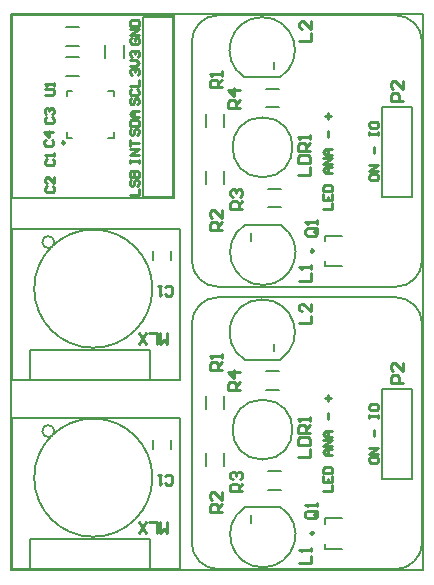
<source format=gto>
%FSLAX23Y23*%
%MOIN*%
G70*
G01*
G75*
G04 Layer_Color=65535*
%ADD10C,0.005*%
%ADD11R,0.067X0.043*%
%ADD12C,0.010*%
%ADD13R,0.037X0.035*%
%ADD14R,0.037X0.035*%
%ADD15R,0.045X0.069*%
%ADD16R,0.069X0.045*%
%ADD17C,0.012*%
%ADD18R,0.043X0.055*%
%ADD19O,0.010X0.022*%
%ADD20O,0.022X0.010*%
%ADD21C,0.008*%
%ADD22C,0.047*%
%ADD23C,0.059*%
%ADD24R,0.059X0.059*%
%ADD25R,0.059X0.059*%
%ADD26R,0.047X0.047*%
%ADD27C,0.051*%
%ADD28C,0.028*%
%ADD29C,0.024*%
%ADD30C,0.008*%
%ADD31C,0.010*%
%ADD32C,0.007*%
D10*
X4Y509D02*
X564D01*
X4Y4D02*
X564D01*
X4D02*
Y509D01*
X564Y4D02*
Y509D01*
X4Y1139D02*
X564D01*
X4Y634D02*
X564D01*
X4D02*
Y1139D01*
X564Y634D02*
Y1139D01*
X690Y910D02*
G03*
X602Y822I0J-88D01*
G01*
X1370D02*
G03*
X1282Y910I-88J0D01*
G01*
Y4D02*
G03*
X1370Y92I0J88D01*
G01*
X602D02*
G03*
X690Y4I88J0D01*
G01*
X799Y158D02*
Y183D01*
X877Y730D02*
Y755D01*
X602Y476D02*
Y822D01*
X1282Y910D02*
X690D01*
X1370Y92D02*
Y822D01*
X1282Y4D02*
X690D01*
X602Y92D02*
Y476D01*
X690Y1850D02*
G03*
X602Y1762I0J-88D01*
G01*
X1370D02*
G03*
X1282Y1850I-88J0D01*
G01*
Y945D02*
G03*
X1370Y1033I0J88D01*
G01*
X602D02*
G03*
X690Y945I88J0D01*
G01*
X799Y1099D02*
Y1124D01*
X877Y1671D02*
Y1696D01*
X602Y1417D02*
Y1762D01*
X1282Y1850D02*
X690D01*
X1370Y1033D02*
Y1762D01*
X1282Y945D02*
X690D01*
X602Y1033D02*
Y1417D01*
X544Y1240D02*
X4D01*
Y1850D01*
X544D02*
X4D01*
X544Y1240D02*
Y1850D01*
X0Y0D02*
X1374D01*
Y1853D01*
X0D02*
X1374D01*
X0Y0D02*
Y1853D01*
D12*
X520Y161D02*
Y126D01*
X508Y138D01*
X496Y126D01*
Y161D01*
X485Y126D02*
Y161D01*
X461D01*
X450Y126D02*
X426Y161D01*
Y126D02*
X450Y161D01*
X512Y290D02*
X518Y284D01*
X530D01*
X535Y290D01*
Y313D01*
X530Y319D01*
X518D01*
X512Y313D01*
X501Y319D02*
X489D01*
X495D01*
Y284D01*
X501Y290D01*
X520Y791D02*
Y756D01*
X508Y768D01*
X496Y756D01*
Y791D01*
X485Y756D02*
Y791D01*
X461D01*
X450Y756D02*
X426Y791D01*
Y756D02*
X450Y791D01*
X512Y920D02*
X518Y914D01*
X530D01*
X535Y920D01*
Y943D01*
X530Y949D01*
X518D01*
X512Y943D01*
X501Y949D02*
X489D01*
X495D01*
Y914D01*
X501Y920D01*
X961Y23D02*
X1001D01*
Y49D01*
Y63D02*
Y76D01*
Y69D01*
X961D01*
X968Y63D01*
X961Y823D02*
X1001D01*
Y849D01*
Y889D02*
Y863D01*
X974Y889D01*
X968D01*
X961Y883D01*
Y869D01*
X968Y863D01*
X956Y378D02*
X996D01*
Y405D01*
X956Y418D02*
X996D01*
Y438D01*
X989Y445D01*
X962D01*
X956Y438D01*
Y418D01*
X996Y458D02*
X956D01*
Y478D01*
X962Y485D01*
X976D01*
X982Y478D01*
Y458D01*
Y471D02*
X996Y485D01*
Y498D02*
Y511D01*
Y505D01*
X956D01*
X962Y498D01*
X1306Y625D02*
X1266D01*
Y645D01*
X1273Y651D01*
X1286D01*
X1293Y645D01*
Y625D01*
X1306Y691D02*
Y665D01*
X1279Y691D01*
X1273D01*
X1266Y685D01*
Y671D01*
X1273Y665D01*
X1014Y199D02*
X988D01*
X981Y193D01*
Y179D01*
X988Y173D01*
X1014D01*
X1021Y179D01*
Y193D01*
X1008Y186D02*
X1021Y199D01*
Y193D02*
X1014Y199D01*
X1021Y213D02*
Y226D01*
Y219D01*
X981D01*
X988Y213D01*
X703Y669D02*
X663D01*
Y689D01*
X670Y695D01*
X683D01*
X690Y689D01*
Y669D01*
Y682D02*
X703Y695D01*
Y709D02*
Y722D01*
Y715D01*
X663D01*
X670Y709D01*
X703Y194D02*
X663D01*
Y214D01*
X670Y220D01*
X683D01*
X690Y214D01*
Y194D01*
Y207D02*
X703Y220D01*
Y260D02*
Y234D01*
X676Y260D01*
X670D01*
X663Y254D01*
Y240D01*
X670Y234D01*
X771Y263D02*
X731D01*
Y283D01*
X738Y289D01*
X751D01*
X758Y283D01*
Y263D01*
Y276D02*
X771Y289D01*
X738Y303D02*
X731Y309D01*
Y323D01*
X738Y329D01*
X744D01*
X751Y323D01*
Y316D01*
Y323D01*
X758Y329D01*
X764D01*
X771Y323D01*
Y309D01*
X764Y303D01*
X764Y601D02*
X724D01*
Y621D01*
X731Y628D01*
X744D01*
X751Y621D01*
Y601D01*
Y615D02*
X764Y628D01*
Y661D02*
X724D01*
X744Y641D01*
Y668D01*
X1194Y374D02*
Y364D01*
X1199Y359D01*
X1219D01*
X1224Y364D01*
Y374D01*
X1219Y379D01*
X1199D01*
X1194Y374D01*
X1224Y389D02*
X1194D01*
X1224Y409D01*
X1194D01*
X1209Y449D02*
Y469D01*
X1194Y509D02*
Y519D01*
Y514D01*
X1224D01*
Y509D01*
Y519D01*
X1194Y549D02*
Y539D01*
X1199Y534D01*
X1219D01*
X1224Y539D01*
Y549D01*
X1219Y554D01*
X1199D01*
X1194Y549D01*
X1041Y263D02*
X1071D01*
Y283D01*
X1041Y313D02*
Y293D01*
X1071D01*
Y313D01*
X1056Y293D02*
Y303D01*
X1041Y323D02*
X1071D01*
Y338D01*
X1066Y343D01*
X1046D01*
X1041Y338D01*
Y323D01*
X1071Y383D02*
X1051D01*
X1041Y393D01*
X1051Y403D01*
X1071D01*
X1056D01*
Y383D01*
X1071Y413D02*
X1041D01*
X1071Y433D01*
X1041D01*
X1071Y443D02*
X1051D01*
X1041Y453D01*
X1051Y463D01*
X1071D01*
X1056D01*
Y443D01*
Y503D02*
Y523D01*
Y563D02*
Y583D01*
X1046Y573D02*
X1066D01*
X961Y964D02*
X1001D01*
Y990D01*
Y1004D02*
Y1017D01*
Y1010D01*
X961D01*
X968Y1004D01*
X961Y1764D02*
X1001D01*
Y1790D01*
Y1830D02*
Y1804D01*
X974Y1830D01*
X968D01*
X961Y1824D01*
Y1810D01*
X968Y1804D01*
X956Y1319D02*
X996D01*
Y1346D01*
X956Y1359D02*
X996D01*
Y1379D01*
X989Y1386D01*
X962D01*
X956Y1379D01*
Y1359D01*
X996Y1399D02*
X956D01*
Y1419D01*
X962Y1426D01*
X976D01*
X982Y1419D01*
Y1399D01*
Y1412D02*
X996Y1426D01*
Y1439D02*
Y1452D01*
Y1446D01*
X956D01*
X962Y1439D01*
X1306Y1566D02*
X1266D01*
Y1586D01*
X1273Y1592D01*
X1286D01*
X1293Y1586D01*
Y1566D01*
X1306Y1632D02*
Y1606D01*
X1279Y1632D01*
X1273D01*
X1266Y1626D01*
Y1612D01*
X1273Y1606D01*
X1014Y1140D02*
X988D01*
X981Y1134D01*
Y1120D01*
X988Y1114D01*
X1014D01*
X1021Y1120D01*
Y1134D01*
X1008Y1127D02*
X1021Y1140D01*
Y1134D02*
X1014Y1140D01*
X1021Y1154D02*
Y1167D01*
Y1160D01*
X981D01*
X988Y1154D01*
X703Y1610D02*
X663D01*
Y1630D01*
X670Y1636D01*
X683D01*
X690Y1630D01*
Y1610D01*
Y1623D02*
X703Y1636D01*
Y1649D02*
Y1663D01*
Y1656D01*
X663D01*
X670Y1649D01*
X703Y1135D02*
X663D01*
Y1155D01*
X670Y1161D01*
X683D01*
X690Y1155D01*
Y1135D01*
Y1148D02*
X703Y1161D01*
Y1201D02*
Y1174D01*
X676Y1201D01*
X670D01*
X663Y1194D01*
Y1181D01*
X670Y1174D01*
X771Y1204D02*
X731D01*
Y1224D01*
X738Y1230D01*
X751D01*
X758Y1224D01*
Y1204D01*
Y1217D02*
X771Y1230D01*
X738Y1244D02*
X731Y1250D01*
Y1264D01*
X738Y1270D01*
X744D01*
X751Y1264D01*
Y1257D01*
Y1264D01*
X758Y1270D01*
X764D01*
X771Y1264D01*
Y1250D01*
X764Y1244D01*
X764Y1542D02*
X724D01*
Y1562D01*
X731Y1569D01*
X744D01*
X751Y1562D01*
Y1542D01*
Y1556D02*
X764Y1569D01*
Y1602D02*
X724D01*
X744Y1582D01*
Y1609D01*
X1194Y1315D02*
Y1305D01*
X1199Y1300D01*
X1219D01*
X1224Y1305D01*
Y1315D01*
X1219Y1320D01*
X1199D01*
X1194Y1315D01*
X1224Y1330D02*
X1194D01*
X1224Y1350D01*
X1194D01*
X1209Y1390D02*
Y1410D01*
X1194Y1450D02*
Y1460D01*
Y1455D01*
X1224D01*
Y1450D01*
Y1460D01*
X1194Y1490D02*
Y1480D01*
X1199Y1475D01*
X1219D01*
X1224Y1480D01*
Y1490D01*
X1219Y1495D01*
X1199D01*
X1194Y1490D01*
X1041Y1204D02*
X1071D01*
Y1224D01*
X1041Y1254D02*
Y1234D01*
X1071D01*
Y1254D01*
X1056Y1234D02*
Y1244D01*
X1041Y1264D02*
X1071D01*
Y1279D01*
X1066Y1284D01*
X1046D01*
X1041Y1279D01*
Y1264D01*
X1071Y1324D02*
X1051D01*
X1041Y1334D01*
X1051Y1344D01*
X1071D01*
X1056D01*
Y1324D01*
X1071Y1354D02*
X1041D01*
X1071Y1374D01*
X1041D01*
X1071Y1384D02*
X1051D01*
X1041Y1394D01*
X1051Y1404D01*
X1071D01*
X1056D01*
Y1384D01*
Y1444D02*
Y1464D01*
Y1504D02*
Y1524D01*
X1046Y1514D02*
X1066D01*
X119Y1370D02*
X114Y1365D01*
Y1355D01*
X119Y1350D01*
X139D01*
X144Y1355D01*
Y1365D01*
X139Y1370D01*
X144Y1380D02*
Y1390D01*
Y1385D01*
X114D01*
X119Y1380D01*
Y1280D02*
X114Y1275D01*
Y1265D01*
X119Y1260D01*
X139D01*
X144Y1265D01*
Y1275D01*
X139Y1280D01*
X144Y1310D02*
Y1290D01*
X124Y1310D01*
X119D01*
X114Y1305D01*
Y1295D01*
X119Y1290D01*
X117Y1511D02*
X112Y1506D01*
Y1496D01*
X117Y1491D01*
X137D01*
X142Y1496D01*
Y1506D01*
X137Y1511D01*
X117Y1521D02*
X112Y1526D01*
Y1536D01*
X117Y1541D01*
X122D01*
X127Y1536D01*
Y1531D01*
Y1536D01*
X132Y1541D01*
X137D01*
X142Y1536D01*
Y1526D01*
X137Y1521D01*
X116Y1435D02*
X111Y1430D01*
Y1420D01*
X116Y1415D01*
X136D01*
X141Y1420D01*
Y1430D01*
X136Y1435D01*
X141Y1460D02*
X111D01*
X126Y1445D01*
Y1465D01*
X114Y1586D02*
X139D01*
X144Y1591D01*
Y1601D01*
X139Y1606D01*
X114D01*
X144Y1616D02*
Y1626D01*
Y1621D01*
X114D01*
X119Y1616D01*
X396Y1252D02*
X426D01*
Y1272D01*
X401Y1302D02*
X396Y1297D01*
Y1287D01*
X401Y1282D01*
X406D01*
X411Y1287D01*
Y1297D01*
X416Y1302D01*
X421D01*
X426Y1297D01*
Y1287D01*
X421Y1282D01*
X396Y1312D02*
X426D01*
Y1327D01*
X421Y1332D01*
X416D01*
X411Y1327D01*
Y1312D01*
Y1327D01*
X406Y1332D01*
X401D01*
X396Y1327D01*
Y1312D01*
Y1359D02*
Y1369D01*
Y1364D01*
X426D01*
Y1359D01*
Y1369D01*
Y1384D02*
X396D01*
X426Y1404D01*
X396D01*
Y1414D02*
Y1434D01*
Y1424D01*
X426D01*
X401Y1472D02*
X396Y1467D01*
Y1457D01*
X401Y1452D01*
X406D01*
X411Y1457D01*
Y1467D01*
X416Y1472D01*
X421D01*
X426Y1467D01*
Y1457D01*
X421Y1452D01*
X396Y1482D02*
X426D01*
Y1497D01*
X421Y1502D01*
X401D01*
X396Y1497D01*
Y1482D01*
X426Y1512D02*
X406D01*
X396Y1522D01*
X406Y1532D01*
X426D01*
X411D01*
Y1512D01*
X401Y1573D02*
X396Y1568D01*
Y1558D01*
X401Y1553D01*
X406D01*
X411Y1558D01*
Y1568D01*
X416Y1573D01*
X421D01*
X426Y1568D01*
Y1558D01*
X421Y1553D01*
X401Y1603D02*
X396Y1598D01*
Y1588D01*
X401Y1583D01*
X421D01*
X426Y1588D01*
Y1598D01*
X421Y1603D01*
X396Y1613D02*
X426D01*
Y1633D01*
X402Y1652D02*
X397Y1657D01*
Y1667D01*
X402Y1672D01*
X407D01*
X412Y1667D01*
Y1662D01*
Y1667D01*
X417Y1672D01*
X422D01*
X427Y1667D01*
Y1657D01*
X422Y1652D01*
X397Y1682D02*
X417D01*
X427Y1692D01*
X417Y1702D01*
X397D01*
X402Y1712D02*
X397Y1717D01*
Y1727D01*
X402Y1732D01*
X407D01*
X412Y1727D01*
Y1722D01*
Y1727D01*
X417Y1732D01*
X422D01*
X427Y1727D01*
Y1717D01*
X422Y1712D01*
X402Y1775D02*
X397Y1770D01*
Y1760D01*
X402Y1755D01*
X422D01*
X427Y1760D01*
Y1770D01*
X422Y1775D01*
X412D01*
Y1765D01*
X427Y1785D02*
X397D01*
X427Y1805D01*
X397D01*
Y1815D02*
X427D01*
Y1830D01*
X422Y1835D01*
X402D01*
X397Y1830D01*
Y1815D01*
D21*
X779Y210D02*
G03*
X897Y211I60J-91D01*
G01*
X897Y703D02*
G03*
X779Y702I-60J91D01*
G01*
X779Y1151D02*
G03*
X897Y1152I60J-91D01*
G01*
X897Y1644D02*
G03*
X779Y1643I-60J91D01*
G01*
D30*
X471Y309D02*
G03*
X471Y309I-197J0D01*
G01*
X144Y464D02*
G03*
X144Y464I-20J0D01*
G01*
X62Y4D02*
Y104D01*
X462D01*
X62Y4D02*
X462D01*
Y104D01*
X474Y403D02*
Y435D01*
X534Y403D02*
Y435D01*
X471Y939D02*
G03*
X471Y939I-197J0D01*
G01*
X144Y1094D02*
G03*
X144Y1094I-20J0D01*
G01*
X62Y634D02*
Y734D01*
X462D01*
X62Y634D02*
X462D01*
Y734D01*
X474Y1033D02*
Y1065D01*
X534Y1033D02*
Y1065D01*
X838Y569D02*
G03*
X838Y569I0J-100D01*
G01*
X1045Y156D02*
Y174D01*
Y72D02*
Y89D01*
X1103Y174D02*
X1045D01*
X1103Y72D02*
X1045D01*
X1336Y605D02*
X1236D01*
X1336Y305D02*
Y605D01*
Y305D02*
X1236D01*
Y605D01*
X899Y330D02*
X856D01*
X899Y269D02*
X856D01*
X892Y663D02*
X849D01*
X892Y602D02*
X849D01*
X648Y347D02*
Y390D01*
X709Y347D02*
Y390D01*
Y537D02*
Y580D01*
X648Y537D02*
Y580D01*
X838Y1510D02*
G03*
X838Y1510I0J-100D01*
G01*
X1045Y1097D02*
Y1115D01*
Y1013D02*
Y1030D01*
X1103Y1115D02*
X1045D01*
X1103Y1013D02*
X1045D01*
X1336Y1546D02*
X1236D01*
X1336Y1246D02*
Y1546D01*
Y1246D02*
X1236D01*
Y1546D01*
X899Y1271D02*
X856D01*
X899Y1210D02*
X856D01*
X892Y1604D02*
X849D01*
X892Y1543D02*
X849D01*
X648Y1288D02*
Y1331D01*
X709Y1288D02*
Y1331D01*
Y1478D02*
Y1521D01*
X648Y1478D02*
Y1521D01*
X204Y1441D02*
X185D01*
Y1460D01*
Y1580D02*
Y1599D01*
X204D02*
X185D01*
X343D02*
X324D01*
X343Y1580D02*
Y1599D01*
Y1441D02*
Y1460D01*
Y1441D02*
X324D01*
X226Y1649D02*
X182D01*
X226Y1711D02*
X182D01*
X226Y1749D02*
X182D01*
X226Y1811D02*
X182D01*
X539Y1245D02*
Y1845D01*
X439Y1245D02*
Y1845D01*
X539Y1245D02*
X439D01*
X539Y1845D02*
X439D01*
X375Y1708D02*
Y1752D01*
X313Y1708D02*
Y1752D01*
D31*
X1004Y128D02*
G03*
X1004Y128I0J-5D01*
G01*
Y1069D02*
G03*
X1004Y1069I0J-5D01*
G01*
X174Y1430D02*
G03*
X174Y1430I0J-5D01*
G01*
D32*
X897Y211D02*
X779D01*
X897Y702D02*
X779D01*
X897Y1152D02*
X779D01*
X897Y1643D02*
X779D01*
M02*

</source>
